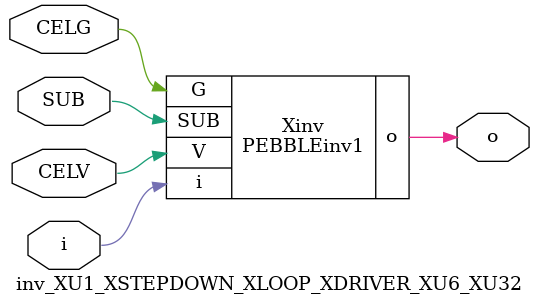
<source format=v>



module PEBBLEinv1 ( o, G, SUB, V, i );

  input V;
  input i;
  input G;
  output o;
  input SUB;
endmodule

//Celera Confidential Do Not Copy inv_XU1_XSTEPDOWN_XLOOP_XDRIVER_XU6_XU32
//Celera Confidential Symbol Generator
//5V Inverter
module inv_XU1_XSTEPDOWN_XLOOP_XDRIVER_XU6_XU32 (CELV,CELG,i,o,SUB);
input CELV;
input CELG;
input i;
input SUB;
output o;

//Celera Confidential Do Not Copy inv
PEBBLEinv1 Xinv(
.V (CELV),
.i (i),
.o (o),
.SUB (SUB),
.G (CELG)
);
//,diesize,PEBBLEinv1

//Celera Confidential Do Not Copy Module End
//Celera Schematic Generator
endmodule

</source>
